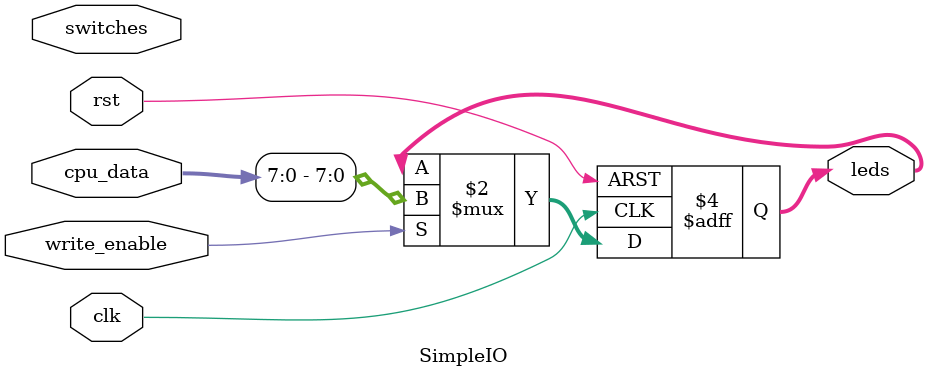
<source format=v>
module SimpleIO(
    input clk, rst,
    input [7:0] switches,
    input [31:0] cpu_data,
    input write_enable,
    output reg [7:0] leds
);
    always @(posedge clk or posedge rst) begin
        if(rst)
            leds <= 0;
        else if(write_enable)
            leds <= cpu_data[7:0];
    end
endmodule
</source>
